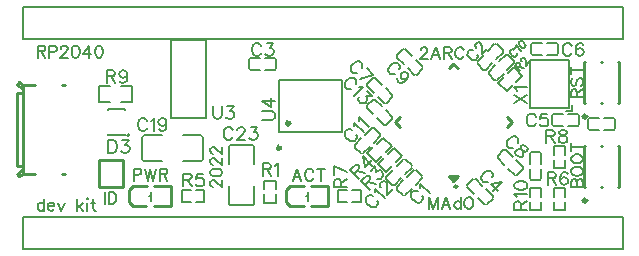
<source format=gto>
G04 Layer: TopSilkscreenLayer*
G04 EasyEDA v6.5.14, 2022-08-20 14:37:37*
G04 4645136cb0f74b4096413293ac8c450d,6126cb6f80e34288b1b51c63ee1abbf7,10*
G04 Gerber Generator version 0.2*
G04 Scale: 100 percent, Rotated: No, Reflected: No *
G04 Dimensions in millimeters *
G04 leading zeros omitted , absolute positions ,4 integer and 5 decimal *
%FSLAX45Y45*%
%MOMM*%

%ADD10C,0.2030*%
%ADD11C,0.1524*%
%ADD12C,0.1520*%
%ADD13C,0.2540*%
%ADD14C,0.2032*%
%ADD15C,0.2030*%
%ADD16C,0.1270*%
%ADD17C,0.1520*%
%ADD18C,0.3000*%
%ADD19C,0.2000*%
%ADD20C,0.0106*%

%LPD*%
D10*
X4546605Y8232145D02*
G01*
X4546605Y8133593D01*
X4546605Y8232145D02*
G01*
X4588769Y8232145D01*
X4602993Y8227319D01*
X4607565Y8222747D01*
X4612391Y8213349D01*
X4612391Y8199379D01*
X4607565Y8189981D01*
X4602993Y8185155D01*
X4588769Y8180583D01*
X4546605Y8180583D01*
X4643125Y8232145D02*
G01*
X4666747Y8133593D01*
X4690115Y8232145D02*
G01*
X4666747Y8133593D01*
X4690115Y8232145D02*
G01*
X4713483Y8133593D01*
X4737105Y8232145D02*
G01*
X4713483Y8133593D01*
X4768093Y8232145D02*
G01*
X4768093Y8133593D01*
X4768093Y8232145D02*
G01*
X4810257Y8232145D01*
X4824227Y8227319D01*
X4829053Y8222747D01*
X4833625Y8213349D01*
X4833625Y8203951D01*
X4829053Y8194553D01*
X4824227Y8189981D01*
X4810257Y8185155D01*
X4768093Y8185155D01*
X4800859Y8185155D02*
G01*
X4833625Y8133593D01*
X5930389Y8232139D02*
G01*
X5892797Y8133587D01*
X5930389Y8232139D02*
G01*
X5967727Y8133587D01*
X5906767Y8166354D02*
G01*
X5953757Y8166354D01*
X6069073Y8208771D02*
G01*
X6064501Y8218170D01*
X6055103Y8227313D01*
X6045705Y8232139D01*
X6026909Y8232139D01*
X6017511Y8227313D01*
X6008113Y8218170D01*
X6003541Y8208771D01*
X5998715Y8194547D01*
X5998715Y8171179D01*
X6003541Y8156955D01*
X6008113Y8147812D01*
X6017511Y8138413D01*
X6026909Y8133587D01*
X6045705Y8133587D01*
X6055103Y8138413D01*
X6064501Y8147812D01*
X6069073Y8156955D01*
X6133081Y8232139D02*
G01*
X6133081Y8133587D01*
X6100061Y8232139D02*
G01*
X6165847Y8232139D01*
X4305289Y7934947D02*
G01*
X4305289Y8033456D01*
X4336249Y7934947D02*
G01*
X4336249Y8033456D01*
X4336249Y7934947D02*
G01*
X4369087Y7934947D01*
X4383158Y7939638D01*
X4392541Y7949018D01*
X4397230Y7958401D01*
X4401921Y7972473D01*
X4401921Y7995927D01*
X4397230Y8010001D01*
X4392541Y8019381D01*
X4383158Y8028764D01*
X4369087Y8033456D01*
X4336249Y8033456D01*
X8252429Y8839083D02*
G01*
X8350981Y8839083D01*
X8252429Y8839083D02*
G01*
X8252429Y8881501D01*
X8257255Y8895471D01*
X8261827Y8900043D01*
X8271225Y8904869D01*
X8280623Y8904869D01*
X8290021Y8900043D01*
X8294593Y8895471D01*
X8299419Y8881501D01*
X8299419Y8839083D01*
X8299419Y8872103D02*
G01*
X8350981Y8904869D01*
X8266399Y9001389D02*
G01*
X8257255Y8991991D01*
X8252429Y8978021D01*
X8252429Y8959225D01*
X8257255Y8945255D01*
X8266399Y8935857D01*
X8275797Y8935857D01*
X8285195Y8940429D01*
X8290021Y8945255D01*
X8294593Y8954653D01*
X8303991Y8982847D01*
X8308817Y8991991D01*
X8313389Y8996817D01*
X8322787Y9001389D01*
X8336757Y9001389D01*
X8346155Y8991991D01*
X8350981Y8978021D01*
X8350981Y8959225D01*
X8346155Y8945255D01*
X8336757Y8935857D01*
X8252429Y9065397D02*
G01*
X8350981Y9065397D01*
X8252429Y9032377D02*
G01*
X8252429Y9098163D01*
X7048469Y7990862D02*
G01*
X7048469Y7892310D01*
X7048469Y7990862D02*
G01*
X7086061Y7892310D01*
X7123399Y7990862D02*
G01*
X7086061Y7892310D01*
X7123399Y7990862D02*
G01*
X7123399Y7892310D01*
X7191979Y7990862D02*
G01*
X7154387Y7892310D01*
X7191979Y7990862D02*
G01*
X7229571Y7892310D01*
X7168611Y7925076D02*
G01*
X7215347Y7925076D01*
X7316693Y7990862D02*
G01*
X7316693Y7892310D01*
X7316693Y7943872D02*
G01*
X7307295Y7953270D01*
X7297897Y7958096D01*
X7283927Y7958096D01*
X7274529Y7953270D01*
X7265131Y7943872D01*
X7260559Y7929902D01*
X7260559Y7920504D01*
X7265131Y7906280D01*
X7274529Y7897136D01*
X7283927Y7892310D01*
X7297897Y7892310D01*
X7307295Y7897136D01*
X7316693Y7906280D01*
X7375875Y7990862D02*
G01*
X7366477Y7986036D01*
X7357079Y7976892D01*
X7352507Y7967494D01*
X7347681Y7953270D01*
X7347681Y7929902D01*
X7352507Y7915678D01*
X7357079Y7906280D01*
X7366477Y7897136D01*
X7375875Y7892310D01*
X7394671Y7892310D01*
X7404069Y7897136D01*
X7413467Y7906280D01*
X7418039Y7915678D01*
X7422865Y7929902D01*
X7422865Y7953270D01*
X7418039Y7967494D01*
X7413467Y7976892D01*
X7404069Y7986036D01*
X7394671Y7990862D01*
X7375875Y7990862D01*
X6976866Y9237471D02*
G01*
X6976866Y9242044D01*
X6981692Y9251442D01*
X6986264Y9256013D01*
X6995662Y9260839D01*
X7014458Y9260839D01*
X7023856Y9256013D01*
X7028682Y9251442D01*
X7033254Y9242044D01*
X7033254Y9232645D01*
X7028682Y9223247D01*
X7019284Y9209278D01*
X6972294Y9162287D01*
X7038080Y9162287D01*
X7106406Y9260839D02*
G01*
X7068814Y9162287D01*
X7106406Y9260839D02*
G01*
X7143998Y9162287D01*
X7083038Y9195054D02*
G01*
X7130028Y9195054D01*
X7174986Y9260839D02*
G01*
X7174986Y9162287D01*
X7174986Y9260839D02*
G01*
X7217150Y9260839D01*
X7231120Y9256013D01*
X7235946Y9251442D01*
X7240518Y9242044D01*
X7240518Y9232645D01*
X7235946Y9223247D01*
X7231120Y9218676D01*
X7217150Y9213850D01*
X7174986Y9213850D01*
X7207752Y9213850D02*
G01*
X7240518Y9162287D01*
X7341864Y9237471D02*
G01*
X7337292Y9246870D01*
X7327894Y9256013D01*
X7318496Y9260839D01*
X7299700Y9260839D01*
X7290302Y9256013D01*
X7280904Y9246870D01*
X7276332Y9237471D01*
X7271506Y9223247D01*
X7271506Y9199879D01*
X7276332Y9185655D01*
X7280904Y9176258D01*
X7290302Y9167113D01*
X7299700Y9162287D01*
X7318496Y9162287D01*
X7327894Y9167113D01*
X7337292Y9176258D01*
X7341864Y9185655D01*
X3790193Y7978150D02*
G01*
X3790193Y7879598D01*
X3790193Y7931160D02*
G01*
X3780795Y7940558D01*
X3771397Y7945384D01*
X3757173Y7945384D01*
X3747775Y7940558D01*
X3738377Y7931160D01*
X3733805Y7917190D01*
X3733805Y7907792D01*
X3738377Y7893822D01*
X3747775Y7884424D01*
X3757173Y7879598D01*
X3771397Y7879598D01*
X3780795Y7884424D01*
X3790193Y7893822D01*
X3820927Y7917190D02*
G01*
X3877315Y7917190D01*
X3877315Y7926588D01*
X3872743Y7935986D01*
X3867917Y7940558D01*
X3858519Y7945384D01*
X3844549Y7945384D01*
X3835151Y7940558D01*
X3825753Y7931160D01*
X3820927Y7917190D01*
X3820927Y7907792D01*
X3825753Y7893822D01*
X3835151Y7884424D01*
X3844549Y7879598D01*
X3858519Y7879598D01*
X3867917Y7884424D01*
X3877315Y7893822D01*
X3908303Y7945384D02*
G01*
X3936497Y7879598D01*
X3964691Y7945384D02*
G01*
X3936497Y7879598D01*
X4067815Y7978150D02*
G01*
X4067815Y7879598D01*
X4114805Y7945384D02*
G01*
X4067815Y7898394D01*
X4086611Y7917190D02*
G01*
X4119377Y7879598D01*
X4150365Y7978150D02*
G01*
X4154937Y7973324D01*
X4159763Y7978150D01*
X4154937Y7982722D01*
X4150365Y7978150D01*
X4154937Y7945384D02*
G01*
X4154937Y7879598D01*
X4204721Y7978150D02*
G01*
X4204721Y7898394D01*
X4209547Y7884424D01*
X4218945Y7879598D01*
X4228343Y7879598D01*
X4190751Y7945384D02*
G01*
X4223517Y7945384D01*
X8252426Y8077202D02*
G01*
X8350978Y8077202D01*
X8252426Y8077202D02*
G01*
X8252426Y8119366D01*
X8257252Y8133590D01*
X8261824Y8138162D01*
X8271222Y8142734D01*
X8280620Y8142734D01*
X8290018Y8138162D01*
X8294590Y8133590D01*
X8299416Y8119366D01*
X8299416Y8077202D02*
G01*
X8299416Y8119366D01*
X8303988Y8133590D01*
X8308814Y8138162D01*
X8318212Y8142734D01*
X8332182Y8142734D01*
X8341580Y8138162D01*
X8346152Y8133590D01*
X8350978Y8119366D01*
X8350978Y8077202D01*
X8252426Y8201916D02*
G01*
X8257252Y8192518D01*
X8266396Y8183120D01*
X8275794Y8178548D01*
X8290018Y8173722D01*
X8313386Y8173722D01*
X8327610Y8178548D01*
X8336754Y8183120D01*
X8346152Y8192518D01*
X8350978Y8201916D01*
X8350978Y8220712D01*
X8346152Y8230110D01*
X8336754Y8239508D01*
X8327610Y8244080D01*
X8313386Y8248906D01*
X8290018Y8248906D01*
X8275794Y8244080D01*
X8266396Y8239508D01*
X8257252Y8230110D01*
X8252426Y8220712D01*
X8252426Y8201916D01*
X8252426Y8308088D02*
G01*
X8257252Y8298690D01*
X8266396Y8289292D01*
X8275794Y8284466D01*
X8290018Y8279894D01*
X8313386Y8279894D01*
X8327610Y8284466D01*
X8336754Y8289292D01*
X8346152Y8298690D01*
X8350978Y8308088D01*
X8350978Y8326630D01*
X8346152Y8336028D01*
X8336754Y8345426D01*
X8327610Y8350252D01*
X8313386Y8354824D01*
X8290018Y8354824D01*
X8275794Y8350252D01*
X8266396Y8345426D01*
X8257252Y8336028D01*
X8252426Y8326630D01*
X8252426Y8308088D01*
X8252426Y8418578D02*
G01*
X8350978Y8418578D01*
X8252426Y8385812D02*
G01*
X8252426Y8451598D01*
X3733827Y9273527D02*
G01*
X3733827Y9174975D01*
X3733827Y9273527D02*
G01*
X3775991Y9273527D01*
X3789961Y9268955D01*
X3794787Y9264129D01*
X3799359Y9254731D01*
X3799359Y9245333D01*
X3794787Y9235935D01*
X3789961Y9231363D01*
X3775991Y9226537D01*
X3733827Y9226537D01*
X3766593Y9226537D02*
G01*
X3799359Y9174975D01*
X3830347Y9273527D02*
G01*
X3830347Y9174975D01*
X3830347Y9273527D02*
G01*
X3872765Y9273527D01*
X3886735Y9268955D01*
X3891307Y9264129D01*
X3896133Y9254731D01*
X3896133Y9240761D01*
X3891307Y9231363D01*
X3886735Y9226537D01*
X3872765Y9221965D01*
X3830347Y9221965D01*
X3931693Y9250159D02*
G01*
X3931693Y9254731D01*
X3936519Y9264129D01*
X3941091Y9268955D01*
X3950489Y9273527D01*
X3969285Y9273527D01*
X3978683Y9268955D01*
X3983255Y9264129D01*
X3988081Y9254731D01*
X3988081Y9245333D01*
X3983255Y9235935D01*
X3973857Y9221965D01*
X3927121Y9174975D01*
X3992653Y9174975D01*
X4051835Y9273527D02*
G01*
X4037865Y9268955D01*
X4028467Y9254731D01*
X4023641Y9231363D01*
X4023641Y9217139D01*
X4028467Y9193771D01*
X4037865Y9179801D01*
X4051835Y9174975D01*
X4061233Y9174975D01*
X4075203Y9179801D01*
X4084601Y9193771D01*
X4089427Y9217139D01*
X4089427Y9231363D01*
X4084601Y9254731D01*
X4075203Y9268955D01*
X4061233Y9273527D01*
X4051835Y9273527D01*
X4167151Y9273527D02*
G01*
X4120415Y9207741D01*
X4190773Y9207741D01*
X4167151Y9273527D02*
G01*
X4167151Y9174975D01*
X4249701Y9273527D02*
G01*
X4235731Y9268955D01*
X4226333Y9254731D01*
X4221761Y9231363D01*
X4221761Y9217139D01*
X4226333Y9193771D01*
X4235731Y9179801D01*
X4249701Y9174975D01*
X4259099Y9174975D01*
X4273323Y9179801D01*
X4282721Y9193771D01*
X4287293Y9217139D01*
X4287293Y9231363D01*
X4282721Y9254731D01*
X4273323Y9268955D01*
X4259099Y9273527D01*
X4249701Y9273527D01*
X5220042Y8081164D02*
G01*
X5215470Y8081164D01*
X5206580Y8085736D01*
X5202008Y8090308D01*
X5197436Y8099198D01*
X5197436Y8117486D01*
X5202008Y8126630D01*
X5206580Y8131202D01*
X5215470Y8135774D01*
X5224614Y8135774D01*
X5233758Y8131202D01*
X5247474Y8122058D01*
X5292940Y8076592D01*
X5292940Y8140092D01*
X5197436Y8197496D02*
G01*
X5202008Y8183780D01*
X5215470Y8174890D01*
X5238330Y8170318D01*
X5252046Y8170318D01*
X5274652Y8174890D01*
X5288368Y8183780D01*
X5292940Y8197496D01*
X5292940Y8206640D01*
X5288368Y8220102D01*
X5274652Y8229246D01*
X5252046Y8233818D01*
X5238330Y8233818D01*
X5215470Y8229246D01*
X5202008Y8220102D01*
X5197436Y8206640D01*
X5197436Y8197496D01*
X5220042Y8268362D02*
G01*
X5215470Y8268362D01*
X5206580Y8272934D01*
X5202008Y8277506D01*
X5197436Y8286650D01*
X5197436Y8304684D01*
X5202008Y8313828D01*
X5206580Y8318400D01*
X5215470Y8322972D01*
X5224614Y8322972D01*
X5233758Y8318400D01*
X5247474Y8309256D01*
X5292940Y8263790D01*
X5292940Y8327544D01*
X5220042Y8362088D02*
G01*
X5215470Y8362088D01*
X5206580Y8366660D01*
X5202008Y8371232D01*
X5197436Y8380122D01*
X5197436Y8398410D01*
X5202008Y8407554D01*
X5206580Y8412126D01*
X5215470Y8416698D01*
X5224614Y8416698D01*
X5233758Y8412126D01*
X5247474Y8402982D01*
X5292940Y8357516D01*
X5292940Y8421016D01*
D11*
X4317992Y9068798D02*
G01*
X4317992Y8959832D01*
X4317992Y9068798D02*
G01*
X4364728Y9068798D01*
X4380222Y9063718D01*
X4385556Y9058384D01*
X4390636Y9047970D01*
X4390636Y9037556D01*
X4385556Y9027142D01*
X4380222Y9022062D01*
X4364728Y9016982D01*
X4317992Y9016982D01*
X4354314Y9016982D02*
G01*
X4390636Y8959832D01*
X4492490Y9032476D02*
G01*
X4487410Y9016982D01*
X4476996Y9006568D01*
X4461502Y9001234D01*
X4456168Y9001234D01*
X4440674Y9006568D01*
X4430260Y9016982D01*
X4424926Y9032476D01*
X4424926Y9037556D01*
X4430260Y9053304D01*
X4440674Y9063718D01*
X4456168Y9068798D01*
X4461502Y9068798D01*
X4476996Y9063718D01*
X4487410Y9053304D01*
X4492490Y9032476D01*
X4492490Y9006568D01*
X4487410Y8980406D01*
X4476996Y8964912D01*
X4461502Y8959832D01*
X4451088Y8959832D01*
X4435340Y8964912D01*
X4430260Y8975326D01*
X8039077Y8560808D02*
G01*
X8039077Y8451842D01*
X8039077Y8560808D02*
G01*
X8085813Y8560808D01*
X8101307Y8555728D01*
X8106641Y8550394D01*
X8111721Y8539980D01*
X8111721Y8529566D01*
X8106641Y8519152D01*
X8101307Y8514072D01*
X8085813Y8508992D01*
X8039077Y8508992D01*
X8075399Y8508992D02*
G01*
X8111721Y8451842D01*
X8172173Y8560808D02*
G01*
X8156425Y8555728D01*
X8151345Y8545314D01*
X8151345Y8534900D01*
X8156425Y8524486D01*
X8166839Y8519152D01*
X8187667Y8514072D01*
X8203161Y8508992D01*
X8213575Y8498578D01*
X8218909Y8488164D01*
X8218909Y8472416D01*
X8213575Y8462002D01*
X8208495Y8456922D01*
X8192747Y8451842D01*
X8172173Y8451842D01*
X8156425Y8456922D01*
X8151345Y8462002D01*
X8146011Y8472416D01*
X8146011Y8488164D01*
X8151345Y8498578D01*
X8161759Y8508992D01*
X8177253Y8514072D01*
X8198081Y8519152D01*
X8208495Y8524486D01*
X8213575Y8534900D01*
X8213575Y8545314D01*
X8208495Y8555728D01*
X8192747Y8560808D01*
X8172173Y8560808D01*
X8051789Y8205210D02*
G01*
X8051789Y8096244D01*
X8051789Y8205210D02*
G01*
X8098525Y8205210D01*
X8114019Y8200130D01*
X8119353Y8194796D01*
X8124433Y8184382D01*
X8124433Y8173968D01*
X8119353Y8163554D01*
X8114019Y8158474D01*
X8098525Y8153394D01*
X8051789Y8153394D01*
X8088111Y8153394D02*
G01*
X8124433Y8096244D01*
X8221207Y8189716D02*
G01*
X8215873Y8200130D01*
X8200379Y8205210D01*
X8189965Y8205210D01*
X8174471Y8200130D01*
X8164057Y8184382D01*
X8158723Y8158474D01*
X8158723Y8132566D01*
X8164057Y8111738D01*
X8174471Y8101324D01*
X8189965Y8096244D01*
X8195299Y8096244D01*
X8210793Y8101324D01*
X8221207Y8111738D01*
X8226287Y8127232D01*
X8226287Y8132566D01*
X8221207Y8148060D01*
X8210793Y8158474D01*
X8195299Y8163554D01*
X8189965Y8163554D01*
X8174471Y8158474D01*
X8164057Y8148060D01*
X8158723Y8132566D01*
X7771378Y7886679D02*
G01*
X7880344Y7886679D01*
X7771378Y7886679D02*
G01*
X7771378Y7933415D01*
X7776458Y7948909D01*
X7781792Y7954243D01*
X7792206Y7959323D01*
X7802620Y7959323D01*
X7813034Y7954243D01*
X7818114Y7948909D01*
X7823194Y7933415D01*
X7823194Y7886679D01*
X7823194Y7923001D02*
G01*
X7880344Y7959323D01*
X7792206Y7993613D02*
G01*
X7786872Y8004027D01*
X7771378Y8019775D01*
X7880344Y8019775D01*
X7771378Y8085053D02*
G01*
X7776458Y8069559D01*
X7792206Y8059145D01*
X7818114Y8054065D01*
X7833608Y8054065D01*
X7859770Y8059145D01*
X7875264Y8069559D01*
X7880344Y8085053D01*
X7880344Y8095467D01*
X7875264Y8111215D01*
X7859770Y8121629D01*
X7833608Y8126709D01*
X7818114Y8126709D01*
X7792206Y8121629D01*
X7776458Y8111215D01*
X7771378Y8095467D01*
X7771378Y8085053D01*
X5219682Y8764003D02*
G01*
X5219682Y8686025D01*
X5224762Y8670531D01*
X5235176Y8660117D01*
X5250924Y8655037D01*
X5261338Y8655037D01*
X5276832Y8660117D01*
X5287246Y8670531D01*
X5292326Y8686025D01*
X5292326Y8764003D01*
X5337030Y8764003D02*
G01*
X5394180Y8764003D01*
X5363192Y8722347D01*
X5378686Y8722347D01*
X5389100Y8717267D01*
X5394180Y8712187D01*
X5399514Y8696439D01*
X5399514Y8686025D01*
X5394180Y8670531D01*
X5383766Y8660117D01*
X5368272Y8655037D01*
X5352778Y8655037D01*
X5337030Y8660117D01*
X5331950Y8665197D01*
X5326616Y8675611D01*
X4662660Y8636500D02*
G01*
X4657326Y8646914D01*
X4646912Y8657328D01*
X4636752Y8662408D01*
X4615924Y8662408D01*
X4605510Y8657328D01*
X4595096Y8646914D01*
X4589762Y8636500D01*
X4584682Y8620752D01*
X4584682Y8594844D01*
X4589762Y8579350D01*
X4595096Y8568936D01*
X4605510Y8558522D01*
X4615924Y8553442D01*
X4636752Y8553442D01*
X4646912Y8558522D01*
X4657326Y8568936D01*
X4662660Y8579350D01*
X4696950Y8641580D02*
G01*
X4707364Y8646914D01*
X4722858Y8662408D01*
X4722858Y8553442D01*
X4824712Y8626086D02*
G01*
X4819632Y8610592D01*
X4809218Y8600178D01*
X4793470Y8594844D01*
X4788390Y8594844D01*
X4772642Y8600178D01*
X4762482Y8610592D01*
X4757148Y8626086D01*
X4757148Y8631166D01*
X4762482Y8646914D01*
X4772642Y8657328D01*
X4788390Y8662408D01*
X4793470Y8662408D01*
X4809218Y8657328D01*
X4819632Y8646914D01*
X4824712Y8626086D01*
X4824712Y8600178D01*
X4819632Y8574016D01*
X4809218Y8558522D01*
X4793470Y8553442D01*
X4783056Y8553442D01*
X4767562Y8558522D01*
X4762482Y8568936D01*
X5386565Y8560302D02*
G01*
X5381231Y8570716D01*
X5370817Y8581130D01*
X5360657Y8586210D01*
X5339829Y8586210D01*
X5329415Y8581130D01*
X5319001Y8570716D01*
X5313667Y8560302D01*
X5308587Y8544554D01*
X5308587Y8518646D01*
X5313667Y8503152D01*
X5319001Y8492738D01*
X5329415Y8482324D01*
X5339829Y8477244D01*
X5360657Y8477244D01*
X5370817Y8482324D01*
X5381231Y8492738D01*
X5386565Y8503152D01*
X5425935Y8560302D02*
G01*
X5425935Y8565382D01*
X5431269Y8575796D01*
X5436349Y8581130D01*
X5446763Y8586210D01*
X5467591Y8586210D01*
X5478005Y8581130D01*
X5483085Y8575796D01*
X5488419Y8565382D01*
X5488419Y8554968D01*
X5483085Y8544554D01*
X5472671Y8529060D01*
X5420855Y8477244D01*
X5493499Y8477244D01*
X5538203Y8586210D02*
G01*
X5595353Y8586210D01*
X5564111Y8544554D01*
X5579859Y8544554D01*
X5590273Y8539474D01*
X5595353Y8534394D01*
X5600687Y8518646D01*
X5600687Y8508232D01*
X5595353Y8492738D01*
X5584939Y8482324D01*
X5569445Y8477244D01*
X5553697Y8477244D01*
X5538203Y8482324D01*
X5533123Y8487404D01*
X5527789Y8497818D01*
X5637758Y8648692D02*
G01*
X5715736Y8648692D01*
X5731230Y8653772D01*
X5741644Y8664186D01*
X5746724Y8679934D01*
X5746724Y8690348D01*
X5741644Y8705842D01*
X5731230Y8716256D01*
X5715736Y8721336D01*
X5637758Y8721336D01*
X5637758Y8807696D02*
G01*
X5710402Y8755626D01*
X5710402Y8833604D01*
X5637758Y8807696D02*
G01*
X5746724Y8807696D01*
X4334383Y8475413D02*
G01*
X4334383Y8366447D01*
X4334383Y8475413D02*
G01*
X4370704Y8475413D01*
X4386452Y8470333D01*
X4396613Y8459919D01*
X4401947Y8449505D01*
X4407027Y8433757D01*
X4407027Y8407849D01*
X4401947Y8392355D01*
X4396613Y8381941D01*
X4386452Y8371527D01*
X4370704Y8366447D01*
X4334383Y8366447D01*
X4451731Y8475413D02*
G01*
X4508881Y8475413D01*
X4477893Y8433757D01*
X4493386Y8433757D01*
X4503800Y8428677D01*
X4508881Y8423597D01*
X4514215Y8407849D01*
X4514215Y8397435D01*
X4508881Y8381941D01*
X4498466Y8371527D01*
X4482972Y8366447D01*
X4467479Y8366447D01*
X4451731Y8371527D01*
X4446650Y8376607D01*
X4441316Y8387021D01*
X7771376Y8788389D02*
G01*
X7880342Y8861033D01*
X7771376Y8861033D02*
G01*
X7880342Y8788389D01*
X7792204Y8895323D02*
G01*
X7786870Y8905737D01*
X7771376Y8921485D01*
X7880342Y8921485D01*
X6951479Y8043130D02*
G01*
X6940344Y8046722D01*
X6925617Y8046722D01*
X6914840Y8043130D01*
X6900113Y8028404D01*
X6896341Y8017449D01*
X6896341Y8002719D01*
X6899932Y7991584D01*
X6907476Y7976857D01*
X6925797Y7958538D01*
X6940344Y7951172D01*
X6951479Y7947581D01*
X6966206Y7947581D01*
X6977164Y7951353D01*
X6991891Y7966080D01*
X6995482Y7976857D01*
X6995482Y7991584D01*
X6991891Y8002719D01*
X6972134Y8070969D02*
G01*
X6975726Y8082104D01*
X6975726Y8104017D01*
X7052777Y8026966D01*
D12*
X7422299Y9234759D02*
G01*
X7412598Y9237990D01*
X7400028Y9237990D01*
X7390328Y9234759D01*
X7377396Y9221825D01*
X7374343Y9212308D01*
X7374163Y9199554D01*
X7377396Y9189857D01*
X7383863Y9176926D01*
X7399848Y9160939D01*
X7412779Y9154474D01*
X7422479Y9151241D01*
X7435410Y9151241D01*
X7444927Y9154294D01*
X7457861Y9167225D01*
X7461092Y9176926D01*
X7460914Y9189676D01*
X7457681Y9199377D01*
X7446726Y9259183D02*
G01*
X7443492Y9262417D01*
X7440439Y9271937D01*
X7440439Y9278401D01*
X7443670Y9288101D01*
X7456604Y9301032D01*
X7466121Y9304086D01*
X7472588Y9304086D01*
X7482108Y9301032D01*
X7488572Y9294566D01*
X7491806Y9284868D01*
X7495039Y9268703D01*
X7495039Y9204403D01*
X7540119Y9249486D01*
D11*
X7951962Y8674574D02*
G01*
X7946628Y8684986D01*
X7936214Y8695400D01*
X7926054Y8700482D01*
X7905226Y8700482D01*
X7894812Y8695400D01*
X7884398Y8684986D01*
X7879064Y8674574D01*
X7873984Y8658826D01*
X7873984Y8632916D01*
X7879064Y8617424D01*
X7884398Y8607008D01*
X7894812Y8596594D01*
X7905226Y8591516D01*
X7926054Y8591516D01*
X7936214Y8596594D01*
X7946628Y8607008D01*
X7951962Y8617424D01*
X8048482Y8700482D02*
G01*
X7996666Y8700482D01*
X7991332Y8653744D01*
X7996666Y8658826D01*
X8012160Y8664158D01*
X8027654Y8664158D01*
X8043402Y8658826D01*
X8053816Y8648666D01*
X8058896Y8632916D01*
X8058896Y8622502D01*
X8053816Y8607008D01*
X8043402Y8596594D01*
X8027654Y8591516D01*
X8012160Y8591516D01*
X7996666Y8596594D01*
X7991332Y8601676D01*
X7986252Y8612088D01*
X8256765Y9271490D02*
G01*
X8251431Y9281904D01*
X8241017Y9292318D01*
X8230857Y9297398D01*
X8210029Y9297398D01*
X8199615Y9292318D01*
X8189201Y9281904D01*
X8183867Y9271490D01*
X8178787Y9255742D01*
X8178787Y9229834D01*
X8183867Y9214340D01*
X8189201Y9203926D01*
X8199615Y9193512D01*
X8210029Y9188432D01*
X8230857Y9188432D01*
X8241017Y9193512D01*
X8251431Y9203926D01*
X8256765Y9214340D01*
X8353285Y9281904D02*
G01*
X8348205Y9292318D01*
X8332457Y9297398D01*
X8322297Y9297398D01*
X8306549Y9292318D01*
X8296135Y9276570D01*
X8291055Y9250662D01*
X8291055Y9224754D01*
X8296135Y9203926D01*
X8306549Y9193512D01*
X8322297Y9188432D01*
X8327377Y9188432D01*
X8342871Y9193512D01*
X8353285Y9203926D01*
X8358619Y9219420D01*
X8358619Y9224754D01*
X8353285Y9240248D01*
X8342871Y9250662D01*
X8327377Y9255742D01*
X8322297Y9255742D01*
X8306549Y9250662D01*
X8296135Y9240248D01*
X8291055Y9224754D01*
D12*
X6392819Y8563744D02*
G01*
X6381683Y8567338D01*
X6366957Y8567338D01*
X6355821Y8563744D01*
X6341272Y8549198D01*
X6337681Y8538062D01*
X6337681Y8523335D01*
X6341272Y8512197D01*
X6348636Y8497651D01*
X6366957Y8479330D01*
X6381683Y8471788D01*
X6392638Y8468375D01*
X6407368Y8468375D01*
X6418503Y8471966D01*
X6433050Y8486515D01*
X6436644Y8497651D01*
X6436644Y8512378D01*
X6433230Y8523335D01*
X6413294Y8591763D02*
G01*
X6417066Y8602720D01*
X6416885Y8624811D01*
X6494117Y8547580D01*
X6455862Y8634331D02*
G01*
X6459634Y8645286D01*
X6459453Y8667379D01*
X6536682Y8590147D01*
D11*
X6430243Y8948887D02*
G01*
X6433835Y8960022D01*
X6433835Y8974752D01*
X6430243Y8985526D01*
X6415516Y9000253D01*
X6404559Y9004025D01*
X6389832Y9004025D01*
X6378696Y9000434D01*
X6363970Y8992890D01*
X6345648Y8974571D01*
X6338285Y8960022D01*
X6334693Y8948887D01*
X6334693Y8934160D01*
X6338465Y8923205D01*
X6353192Y8908475D01*
X6363970Y8904884D01*
X6378696Y8904884D01*
X6389832Y8908475D01*
X6458082Y8928232D02*
G01*
X6469217Y8924640D01*
X6491130Y8924640D01*
X6414079Y8847589D01*
X6522740Y8893030D02*
G01*
X6563151Y8852618D01*
X6511604Y8845255D01*
X6522740Y8834120D01*
X6526512Y8823164D01*
X6526512Y8815979D01*
X6518968Y8801252D01*
X6511604Y8793888D01*
X6497055Y8786525D01*
X6482328Y8786525D01*
X6467779Y8793888D01*
X6456644Y8805024D01*
X6449280Y8819573D01*
X6449280Y8826756D01*
X6452872Y8837891D01*
D12*
X7773253Y9105036D02*
G01*
X7820489Y9057800D01*
X7773253Y9105036D02*
G01*
X7793548Y9125330D01*
X7802529Y9129641D01*
X7807017Y9129821D01*
X7813664Y9127487D01*
X7818153Y9122996D01*
X7820489Y9116352D01*
X7820489Y9111681D01*
X7815999Y9102879D01*
X7795704Y9082585D01*
X7811508Y9098389D02*
G01*
X7851919Y9089229D01*
X7833240Y9142394D02*
G01*
X7830906Y9144728D01*
X7828572Y9151373D01*
X7828749Y9155864D01*
X7830906Y9162689D01*
X7839885Y9171668D01*
X7846710Y9173824D01*
X7851020Y9173824D01*
X7857845Y9171668D01*
X7862336Y9167180D01*
X7864492Y9160355D01*
X7866827Y9149039D01*
X7866827Y9104137D01*
X7898256Y9135569D01*
D11*
X5638805Y8281390D02*
G01*
X5638805Y8172424D01*
X5638805Y8281390D02*
G01*
X5685541Y8281390D01*
X5701035Y8276310D01*
X5706369Y8270976D01*
X5711449Y8260562D01*
X5711449Y8250148D01*
X5706369Y8239734D01*
X5701035Y8234654D01*
X5685541Y8229574D01*
X5638805Y8229574D01*
X5675127Y8229574D02*
G01*
X5711449Y8172424D01*
X5745739Y8260562D02*
G01*
X5756153Y8265896D01*
X5771901Y8281390D01*
X5771901Y8172424D01*
X6471617Y8133339D02*
G01*
X6548668Y8056288D01*
X6471617Y8133339D02*
G01*
X6504665Y8166387D01*
X6519212Y8173750D01*
X6526756Y8173750D01*
X6537711Y8169978D01*
X6545074Y8162615D01*
X6548846Y8151660D01*
X6548668Y8144296D01*
X6541302Y8129747D01*
X6508257Y8096699D01*
X6533939Y8122384D02*
G01*
X6600035Y8107657D01*
X6554594Y8216318D02*
G01*
X6595005Y8256729D01*
X6602549Y8205360D01*
X6613504Y8216318D01*
X6624462Y8220090D01*
X6631645Y8220090D01*
X6646552Y8212724D01*
X6653916Y8205360D01*
X6661101Y8190633D01*
X6661101Y8175906D01*
X6653735Y8161357D01*
X6642780Y8150402D01*
X6628053Y8142859D01*
X6620868Y8142859D01*
X6609732Y8146450D01*
X6380358Y8225017D02*
G01*
X6457408Y8147966D01*
X6380358Y8225017D02*
G01*
X6413406Y8258065D01*
X6427955Y8265429D01*
X6435496Y8265429D01*
X6446453Y8261657D01*
X6453817Y8254293D01*
X6457589Y8243336D01*
X6457408Y8235972D01*
X6450045Y8221426D01*
X6416997Y8188378D01*
X6442682Y8214062D02*
G01*
X6508775Y8199333D01*
X6492791Y8337450D02*
G01*
X6507340Y8249264D01*
X6562478Y8304403D01*
X6492791Y8337450D02*
G01*
X6569842Y8260400D01*
X4965687Y8192500D02*
G01*
X4965687Y8083534D01*
X4965687Y8192500D02*
G01*
X5012423Y8192500D01*
X5027917Y8187420D01*
X5033251Y8182086D01*
X5038331Y8171672D01*
X5038331Y8161258D01*
X5033251Y8150844D01*
X5027917Y8145764D01*
X5012423Y8140684D01*
X4965687Y8140684D01*
X5002009Y8140684D02*
G01*
X5038331Y8083534D01*
X5135105Y8192500D02*
G01*
X5083035Y8192500D01*
X5077955Y8145764D01*
X5083035Y8150844D01*
X5098783Y8156178D01*
X5114277Y8156178D01*
X5129771Y8150844D01*
X5140185Y8140684D01*
X5145519Y8124936D01*
X5145519Y8114522D01*
X5140185Y8099028D01*
X5129771Y8088614D01*
X5114277Y8083534D01*
X5098783Y8083534D01*
X5083035Y8088614D01*
X5077955Y8093694D01*
X5072621Y8104108D01*
X6247361Y8077194D02*
G01*
X6356327Y8077194D01*
X6247361Y8077194D02*
G01*
X6247361Y8123930D01*
X6252441Y8139424D01*
X6257775Y8144758D01*
X6268189Y8149838D01*
X6278603Y8149838D01*
X6289017Y8144758D01*
X6294097Y8139424D01*
X6299177Y8123930D01*
X6299177Y8077194D01*
X6299177Y8113516D02*
G01*
X6356327Y8149838D01*
X6247361Y8257026D02*
G01*
X6356327Y8204956D01*
X6247361Y8184128D02*
G01*
X6247361Y8257026D01*
X5627847Y9271505D02*
G01*
X5622513Y9281919D01*
X5612099Y9292333D01*
X5601939Y9297413D01*
X5581111Y9297413D01*
X5570697Y9292333D01*
X5560283Y9281919D01*
X5554949Y9271505D01*
X5549869Y9255757D01*
X5549869Y9229849D01*
X5554949Y9214355D01*
X5560283Y9203941D01*
X5570697Y9193527D01*
X5581111Y9188447D01*
X5601939Y9188447D01*
X5612099Y9193527D01*
X5622513Y9203941D01*
X5627847Y9214355D01*
X5672551Y9297413D02*
G01*
X5729701Y9297413D01*
X5698459Y9255757D01*
X5713953Y9255757D01*
X5724367Y9250677D01*
X5729701Y9245597D01*
X5734781Y9229849D01*
X5734781Y9219435D01*
X5729701Y9203941D01*
X5719287Y9193527D01*
X5703539Y9188447D01*
X5688045Y9188447D01*
X5672551Y9193527D01*
X5667217Y9198607D01*
X5662137Y9209021D01*
X7585946Y8161467D02*
G01*
X7589535Y8172602D01*
X7589537Y8187329D01*
X7585946Y8198106D01*
X7571216Y8212836D01*
X7560261Y8216607D01*
X7545534Y8216605D01*
X7534396Y8213013D01*
X7519670Y8205472D01*
X7501351Y8187148D01*
X7493985Y8172602D01*
X7490396Y8161467D01*
X7490393Y8146740D01*
X7494168Y8135782D01*
X7508895Y8121055D01*
X7519670Y8117464D01*
X7534396Y8117464D01*
X7545534Y8121055D01*
X7665151Y8118899D02*
G01*
X7577145Y8104172D01*
X7632283Y8049036D01*
X7665151Y8118899D02*
G01*
X7588100Y8041850D01*
X6481051Y9088574D02*
G01*
X6484642Y9099710D01*
X6484642Y9114436D01*
X6481051Y9125214D01*
X6466324Y9139941D01*
X6455366Y9143712D01*
X6440639Y9143712D01*
X6429504Y9140121D01*
X6414777Y9132577D01*
X6396456Y9114256D01*
X6389093Y9099710D01*
X6385501Y9088574D01*
X6385501Y9073845D01*
X6389273Y9062890D01*
X6404000Y9048163D01*
X6414777Y9044569D01*
X6429504Y9044569D01*
X6440639Y9048163D01*
X6574985Y9031279D02*
G01*
X6461295Y8990868D01*
X6523619Y9082646D02*
G01*
X6574985Y9031279D01*
X7801853Y8453574D02*
G01*
X7805447Y8464712D01*
X7805447Y8479439D01*
X7801853Y8490214D01*
X7787126Y8504943D01*
X7776171Y8508715D01*
X7761442Y8508715D01*
X7750307Y8505121D01*
X7735580Y8497580D01*
X7717261Y8479259D01*
X7709895Y8464712D01*
X7706304Y8453574D01*
X7706304Y8438847D01*
X7710076Y8427892D01*
X7724802Y8413165D01*
X7735580Y8409571D01*
X7750307Y8409571D01*
X7761442Y8413165D01*
X7862740Y8429330D02*
G01*
X7848193Y8436693D01*
X7837058Y8433099D01*
X7829694Y8425736D01*
X7826100Y8414600D01*
X7829694Y8403465D01*
X7840649Y8385324D01*
X7848193Y8370597D01*
X7848193Y8355871D01*
X7844421Y8344915D01*
X7833286Y8333778D01*
X7822328Y8330008D01*
X7814965Y8330186D01*
X7800418Y8337550D01*
X7785689Y8352279D01*
X7778325Y8366826D01*
X7778148Y8374189D01*
X7781917Y8385147D01*
X7793055Y8396282D01*
X7804010Y8400054D01*
X7818737Y8400054D01*
X7833464Y8392510D01*
X7851604Y8381555D01*
X7862740Y8377961D01*
X7873875Y8381555D01*
X7881238Y8388918D01*
X7884833Y8400054D01*
X7877469Y8414600D01*
X7862740Y8429330D01*
X6798558Y9075872D02*
G01*
X6802153Y9087007D01*
X6802153Y9101736D01*
X6798558Y9112511D01*
X6783831Y9127241D01*
X6772876Y9131010D01*
X6758147Y9131010D01*
X6747012Y9127418D01*
X6732285Y9119875D01*
X6713966Y9101556D01*
X6706600Y9087007D01*
X6703009Y9075872D01*
X6703009Y9061145D01*
X6706781Y9050190D01*
X6721508Y9035460D01*
X6732285Y9031869D01*
X6747012Y9031869D01*
X6758147Y9035460D01*
X6863217Y8996486D02*
G01*
X6848490Y8989303D01*
X6833763Y8989303D01*
X6819033Y8996486D01*
X6815442Y9000078D01*
X6808078Y9014985D01*
X6808078Y9029715D01*
X6815442Y9044261D01*
X6819033Y9047853D01*
X6833763Y9055397D01*
X6848490Y9055397D01*
X6863217Y9047853D01*
X6866808Y9044261D01*
X6874172Y9029715D01*
X6874172Y9014985D01*
X6863217Y8996486D01*
X6844898Y8978168D01*
X6822627Y8963439D01*
X6804306Y8959847D01*
X6789757Y8967210D01*
X6782394Y8974574D01*
X6775030Y8989123D01*
X6778622Y9000258D01*
D12*
X7767533Y9241787D02*
G01*
X7760708Y9243941D01*
X7751729Y9243941D01*
X7744904Y9241787D01*
X7735923Y9232806D01*
X7733766Y9225981D01*
X7733766Y9217002D01*
X7735923Y9210177D01*
X7740413Y9201376D01*
X7751729Y9190060D01*
X7760528Y9185569D01*
X7767353Y9183415D01*
X7776514Y9183235D01*
X7783159Y9185569D01*
X7792138Y9194551D01*
X7794475Y9201195D01*
X7794294Y9210354D01*
X7792138Y9217179D01*
X7780106Y9259028D02*
G01*
X7782440Y9265673D01*
X7782260Y9279143D01*
X7829496Y9231909D01*
X7810639Y9307522D02*
G01*
X7806148Y9298360D01*
X7808302Y9287225D01*
X7817464Y9273755D01*
X7824109Y9267111D01*
X7837578Y9257952D01*
X7848894Y9255615D01*
X7857876Y9260286D01*
X7862364Y9264777D01*
X7867035Y9273755D01*
X7864701Y9285071D01*
X7855539Y9298541D01*
X7848894Y9305185D01*
X7835425Y9314347D01*
X7824289Y9316501D01*
X7815127Y9312010D01*
X7810639Y9307522D01*
X6570543Y8004868D02*
G01*
X6559585Y8008640D01*
X6544858Y8008640D01*
X6533723Y8005048D01*
X6518996Y7990321D01*
X6515402Y7979186D01*
X6515402Y7964457D01*
X6519174Y7953502D01*
X6526359Y7938775D01*
X6544678Y7920454D01*
X6559585Y7913090D01*
X6570362Y7909499D01*
X6585089Y7909499D01*
X6596225Y7913090D01*
X6610951Y7927817D01*
X6614546Y7938952D01*
X6614546Y7953682D01*
X6610951Y7964457D01*
X6591018Y8032887D02*
G01*
X6594789Y8043844D01*
X6594609Y8065935D01*
X6671838Y7988703D01*
X6641127Y8075455D02*
G01*
X6637355Y8079226D01*
X6633583Y8090181D01*
X6633763Y8097545D01*
X6637355Y8108680D01*
X6652082Y8123407D01*
X6663039Y8126821D01*
X6670403Y8127001D01*
X6681358Y8123229D01*
X6688721Y8115863D01*
X6692493Y8104908D01*
X6696085Y8086590D01*
X6696085Y8012950D01*
X6747631Y8064497D01*
D11*
X4436813Y8798521D02*
G01*
X4532701Y8798521D01*
X4532701Y8930642D01*
X4436813Y8930642D01*
X4351571Y8798521D02*
G01*
X4255683Y8798521D01*
X4255683Y8930642D01*
X4351571Y8930642D01*
X8610612Y8560722D02*
G01*
X8531603Y8560722D01*
X8486360Y8660442D02*
G01*
X8407351Y8660442D01*
X8407351Y8560722D02*
G01*
X8486360Y8560722D01*
X8392111Y8645202D02*
G01*
X8392111Y8575962D01*
X8531603Y8660442D02*
G01*
X8610612Y8660442D01*
X8625852Y8645202D02*
G01*
X8625852Y8575962D01*
X8000044Y8356612D02*
G01*
X8000044Y8277603D01*
X7900324Y8232360D02*
G01*
X7900324Y8153351D01*
X8000044Y8153351D02*
G01*
X8000044Y8232360D01*
X7915564Y8138111D02*
G01*
X7984804Y8138111D01*
X7900324Y8277603D02*
G01*
X7900324Y8356612D01*
X7915564Y8371852D02*
G01*
X7984804Y8371852D01*
X8103524Y8353803D02*
G01*
X8103524Y8425606D01*
X8203244Y8425606D01*
X8203244Y8353803D01*
X8103524Y8308560D02*
G01*
X8103524Y8236757D01*
X8203244Y8236757D01*
X8203244Y8308560D01*
D13*
X8652098Y8079981D02*
G01*
X8658981Y8079981D01*
X8502096Y8079981D02*
G01*
X8515868Y8079981D01*
X8358982Y8079981D02*
G01*
X8365865Y8079981D01*
X8652098Y8429983D02*
G01*
X8658981Y8429983D01*
X8502096Y8429983D02*
G01*
X8515868Y8429983D01*
X8358982Y8429983D02*
G01*
X8365865Y8429983D01*
X8658981Y8079981D02*
G01*
X8658981Y8429983D01*
X8358982Y8079981D02*
G01*
X8358982Y8429983D01*
X8652098Y8791181D02*
G01*
X8658981Y8791181D01*
X8502096Y8791181D02*
G01*
X8515868Y8791181D01*
X8358982Y8791181D02*
G01*
X8365865Y8791181D01*
X8652098Y9141183D02*
G01*
X8658981Y9141183D01*
X8502096Y9141183D02*
G01*
X8515868Y9141183D01*
X8358982Y9141183D02*
G01*
X8365865Y9141183D01*
X8658981Y8791181D02*
G01*
X8658981Y9141183D01*
X8358982Y8791181D02*
G01*
X8358982Y9141183D01*
D11*
X8103524Y7998205D02*
G01*
X8103524Y8070009D01*
X8203244Y8070009D01*
X8203244Y7998205D01*
X8103524Y7952963D02*
G01*
X8103524Y7881160D01*
X8203244Y7881160D01*
X8203244Y7952963D01*
X8000044Y7952963D02*
G01*
X8000044Y7881160D01*
X7900324Y7881160D01*
X7900324Y7952963D01*
X8000044Y7998205D02*
G01*
X8000044Y8070009D01*
X7900324Y8070009D01*
X7900324Y7998205D01*
X5160932Y9324202D02*
G01*
X5160932Y8658961D01*
X4866652Y8658961D01*
X4866652Y9324202D01*
X5160932Y9324202D01*
D13*
X4254492Y8074642D02*
G01*
X4254492Y8308322D01*
X4457692Y8308322D01*
X4457692Y8074642D01*
X4254492Y8074642D01*
D11*
X4635670Y8298121D02*
G01*
X4784168Y8298121D01*
X4784168Y8516642D02*
G01*
X4635670Y8516642D01*
X4620430Y8501402D02*
G01*
X4620430Y8313361D01*
X5117909Y8298121D02*
G01*
X4969410Y8298121D01*
X4969410Y8516642D02*
G01*
X5117909Y8516642D01*
X5133149Y8501402D02*
G01*
X5133149Y8313361D01*
X5351729Y8419904D02*
G01*
X5351729Y8271405D01*
X5570250Y8271405D02*
G01*
X5570250Y8419904D01*
X5555010Y8435144D02*
G01*
X5366969Y8435144D01*
X5351729Y7937665D02*
G01*
X5351729Y8086163D01*
X5570250Y8086163D02*
G01*
X5570250Y7937665D01*
X5555010Y7922425D02*
G01*
X5366969Y7922425D01*
D14*
X8686787Y7810484D02*
G01*
X8686787Y7823184D01*
X3606787Y7823184D01*
X3606787Y7556484D01*
X8686787Y7556484D01*
X8686787Y7810484D01*
X8686787Y9588482D02*
G01*
X8686787Y9601182D01*
X3606787Y9601182D01*
X3606787Y9334482D01*
X8686787Y9334482D01*
X8686787Y9588482D01*
D13*
X7235774Y8152015D02*
G01*
X7242622Y8158863D01*
X7279261Y8158863D01*
X7294316Y8173918D02*
G01*
X7213866Y8173923D01*
X7294316Y8173918D02*
G01*
X7254095Y8133694D01*
X7708839Y8668893D02*
G01*
X7741991Y8635738D01*
X7749065Y8628667D01*
X7708841Y8588443D01*
X7213866Y9083418D02*
G01*
X7254090Y9123639D01*
X7294313Y9083418D01*
X6799343Y8588446D02*
G01*
X6759120Y8628669D01*
X6799343Y8668893D01*
X7254095Y8133694D02*
G01*
X7213866Y8173923D01*
D11*
X5781316Y8545342D02*
G01*
X5781316Y8980622D01*
X6309057Y8980622D01*
X6309057Y8545342D01*
X5781316Y8545342D01*
D13*
X4863520Y7914624D02*
G01*
X4863520Y8087344D01*
X4863520Y8087344D02*
G01*
X4716200Y8087344D01*
X4863520Y7914624D02*
G01*
X4716200Y7914624D01*
X4657780Y8087344D02*
G01*
X4540940Y8087344D01*
X4655240Y7914624D02*
G01*
X4540940Y7914624D01*
X4540940Y7914624D02*
G01*
X4505380Y7950184D01*
X4505380Y8051784D01*
X4540940Y8087344D01*
D15*
X4694610Y7960344D02*
G01*
X4694610Y8039084D01*
X4694610Y8000189D02*
G01*
X4677074Y8000189D01*
D13*
X6196319Y7914624D02*
G01*
X6196319Y8087344D01*
X6196319Y8087344D02*
G01*
X6048999Y8087344D01*
X6196319Y7914624D02*
G01*
X6048999Y7914624D01*
X5990579Y8087344D02*
G01*
X5873739Y8087344D01*
X5988039Y7914624D02*
G01*
X5873739Y7914624D01*
X5873739Y7914624D02*
G01*
X5838179Y7950184D01*
X5838179Y8051784D01*
X5873739Y8087344D01*
D15*
X6027409Y7960344D02*
G01*
X6027409Y8039084D01*
X6027409Y8000189D02*
G01*
X6009873Y8000189D01*
D13*
X3610813Y8192726D02*
G01*
X3574745Y8167834D01*
X3557727Y8192726D01*
X3598621Y8220666D01*
X3610813Y8222698D01*
X3610813Y8259782D01*
X3557727Y8259782D01*
X3557727Y8874716D01*
X3610813Y8874716D01*
X3610813Y8912816D01*
X3598621Y8914848D01*
X3557727Y8942788D01*
X3574745Y8967680D01*
X3610813Y8942788D01*
X3938760Y8942786D02*
G01*
X3969471Y8942786D01*
X3610693Y8942786D02*
G01*
X3712532Y8942786D01*
X3938760Y8192787D02*
G01*
X3969471Y8192787D01*
X3610693Y8192787D02*
G01*
X3712532Y8192787D01*
X3610693Y8222787D02*
G01*
X3610693Y8192787D01*
X3610693Y8874787D02*
G01*
X3610693Y8259787D01*
X3610693Y8942786D02*
G01*
X3610693Y8912786D01*
D16*
X4473704Y8740970D02*
G01*
X4333704Y8740970D01*
X4473704Y8520971D02*
G01*
X4333704Y8520971D01*
X4333704Y8520971D02*
G01*
X4333704Y8529205D01*
X4333704Y8732735D02*
G01*
X4333704Y8740970D01*
X4473704Y8520971D02*
G01*
X4473704Y8529205D01*
X4473704Y8732735D02*
G01*
X4473704Y8740970D01*
D17*
X8204169Y8724882D02*
G01*
X8254969Y8724882D01*
X8254969Y8775682D01*
D11*
X8232350Y8750536D02*
G01*
X7899356Y8750536D01*
X7899369Y9156682D01*
X8064469Y9156682D01*
X8229569Y9156682D01*
X8229569Y9156682D01*
X8232350Y8750536D01*
X6776267Y8078678D02*
G01*
X6832135Y8134545D01*
X6934639Y8096023D02*
G01*
X6990506Y8151893D01*
X6919993Y8222406D02*
G01*
X6864126Y8166536D01*
X6990506Y8173445D02*
G01*
X6941548Y8222406D01*
X6902648Y8064032D02*
G01*
X6846780Y8008165D01*
X6825228Y8008165D02*
G01*
X6776267Y8057126D01*
X7673403Y9215691D02*
G01*
X7617536Y9159821D01*
X7515031Y9198343D02*
G01*
X7459164Y9142476D01*
X7529677Y9071963D02*
G01*
X7585544Y9127830D01*
X7459164Y9120924D02*
G01*
X7508123Y9071963D01*
X7547023Y9230334D02*
G01*
X7602890Y9286204D01*
X7624442Y9286204D02*
G01*
X7673403Y9237243D01*
X8102554Y8598822D02*
G01*
X8181563Y8598822D01*
X8181563Y8698542D02*
G01*
X8102554Y8698542D01*
X8087314Y8683299D02*
G01*
X8087314Y8614062D01*
X8305815Y8598822D02*
G01*
X8226806Y8598822D01*
X8226806Y8698542D02*
G01*
X8305815Y8698542D01*
X8321055Y8683299D02*
G01*
X8321055Y8614062D01*
X7924754Y9195722D02*
G01*
X8003763Y9195722D01*
X8003763Y9295442D02*
G01*
X7924754Y9295442D01*
X7909514Y9280202D02*
G01*
X7909514Y9210962D01*
X8128015Y9195722D02*
G01*
X8049006Y9195722D01*
X8049006Y9295442D02*
G01*
X8128015Y9295442D01*
X8143255Y9280202D02*
G01*
X8143255Y9210962D01*
X6491180Y8363762D02*
G01*
X6547048Y8419630D01*
X6476535Y8490143D02*
G01*
X6420667Y8434275D01*
X6420667Y8412723D02*
G01*
X6469628Y8363762D01*
X6634909Y8507488D02*
G01*
X6579039Y8451621D01*
X6508526Y8522134D02*
G01*
X6564396Y8578001D01*
X6585948Y8578001D02*
G01*
X6634909Y8529043D01*
X6522267Y8748788D02*
G01*
X6578135Y8692921D01*
X6648648Y8763434D02*
G01*
X6592780Y8819301D01*
X6571228Y8819301D02*
G01*
X6522267Y8770340D01*
X6665996Y8605062D02*
G01*
X6610126Y8660930D01*
X6680639Y8731443D02*
G01*
X6736509Y8675575D01*
X6736509Y8654021D02*
G01*
X6687548Y8605062D01*
X7717124Y9041333D02*
G01*
X7767896Y9092105D01*
X7838409Y9021592D01*
X7787637Y8970820D01*
X7685133Y9009341D02*
G01*
X7634361Y8958569D01*
X7704874Y8888056D01*
X7755646Y8938828D01*
X5752150Y8016463D02*
G01*
X5752150Y7944660D01*
X5652429Y7944660D01*
X5652429Y8016463D01*
X5752150Y8061705D02*
G01*
X5752150Y8133509D01*
X5652429Y8133509D01*
X5652429Y8061705D01*
X6737548Y8254530D02*
G01*
X6686773Y8203758D01*
X6616260Y8274270D01*
X6667035Y8325043D01*
X6769539Y8286521D02*
G01*
X6820311Y8337293D01*
X6749798Y8407806D01*
X6699026Y8357034D01*
X6648645Y8343430D02*
G01*
X6597873Y8292658D01*
X6527360Y8363170D01*
X6578132Y8413943D01*
X6680636Y8375421D02*
G01*
X6731411Y8426193D01*
X6660898Y8496706D01*
X6610123Y8445934D01*
X5029969Y7951124D02*
G01*
X4958166Y7951124D01*
X4958166Y8050844D01*
X5029969Y8050844D01*
X5075212Y7951124D02*
G01*
X5147015Y7951124D01*
X5147015Y8050844D01*
X5075212Y8050844D01*
X6352766Y7951124D02*
G01*
X6280962Y7951124D01*
X6280962Y8050844D01*
X6352766Y8050844D01*
X6398008Y7951124D02*
G01*
X6469811Y7951124D01*
X6469811Y8050844D01*
X6398008Y8050844D01*
X5537159Y9168442D02*
G01*
X5616168Y9168442D01*
X5661411Y9068722D02*
G01*
X5740420Y9068722D01*
X5740420Y9168442D02*
G01*
X5661411Y9168442D01*
X5755660Y9083962D02*
G01*
X5755660Y9153202D01*
X5616168Y9068722D02*
G01*
X5537159Y9068722D01*
X5521919Y9083962D02*
G01*
X5521919Y9153202D01*
X7517292Y7931561D02*
G01*
X7461425Y7987431D01*
X7499946Y8089935D02*
G01*
X7444077Y8145800D01*
X7373564Y8075287D02*
G01*
X7429433Y8019422D01*
X7422525Y8145800D02*
G01*
X7373564Y8096839D01*
X7531938Y8057944D02*
G01*
X7587805Y8002074D01*
X7587802Y7980519D02*
G01*
X7538844Y7931561D01*
X6595181Y9002504D02*
G01*
X6651048Y8946634D01*
X6612526Y8844130D02*
G01*
X6668396Y8788262D01*
X6738909Y8858775D02*
G01*
X6683039Y8914643D01*
X6689948Y8788262D02*
G01*
X6738909Y8837223D01*
X6580535Y8876121D02*
G01*
X6524668Y8931991D01*
X6524668Y8953543D02*
G01*
X6573629Y9002504D01*
X7773291Y8178662D02*
G01*
X7717421Y8234530D01*
X7755943Y8337034D02*
G01*
X7700076Y8392901D01*
X7629563Y8322388D02*
G01*
X7685430Y8266521D01*
X7678524Y8392901D02*
G01*
X7629563Y8343943D01*
X7787934Y8305043D02*
G01*
X7843804Y8249175D01*
X7843804Y8227623D02*
G01*
X7794843Y8178662D01*
X6849178Y9243801D02*
G01*
X6905045Y9187934D01*
X6866524Y9085430D02*
G01*
X6922391Y9029562D01*
X6992904Y9100075D02*
G01*
X6937037Y9155943D01*
X6943943Y9029562D02*
G01*
X6992904Y9078523D01*
X6834532Y9117421D02*
G01*
X6778665Y9173288D01*
X6778665Y9194843D02*
G01*
X6827624Y9243801D01*
X7767906Y9127487D02*
G01*
X7712039Y9071620D01*
X7609535Y9110141D02*
G01*
X7553665Y9054274D01*
X7624178Y8983761D02*
G01*
X7680048Y9039628D01*
X7553665Y9032720D02*
G01*
X7602626Y8983761D01*
X7641526Y9142133D02*
G01*
X7697393Y9198000D01*
X7718945Y9198000D02*
G01*
X7767906Y9149039D01*
X6687367Y8167578D02*
G01*
X6743235Y8223445D01*
X6845739Y8184923D02*
G01*
X6901606Y8240791D01*
X6831093Y8311304D02*
G01*
X6775226Y8255436D01*
X6901606Y8262345D02*
G01*
X6852648Y8311304D01*
X6813748Y8152932D02*
G01*
X6757880Y8097065D01*
X6736328Y8097065D02*
G01*
X6687367Y8146026D01*
G75*
G01*
X8407352Y8660442D02*
G03*
X8392112Y8645202I0J-15240D01*
G75*
G01*
X8392112Y8575962D02*
G03*
X8407352Y8560722I15240J0D01*
G75*
G01*
X8610613Y8660442D02*
G02*
X8625853Y8645202I0J-15240D01*
G75*
G01*
X8625853Y8575962D02*
G02*
X8610613Y8560722I-15240J0D01*
G75*
G01*
X7900325Y8153352D02*
G03*
X7915565Y8138112I15240J0D01*
G75*
G01*
X7984805Y8138112D02*
G03*
X8000045Y8153352I0J15240D01*
G75*
G01*
X7900325Y8356613D02*
G02*
X7915565Y8371853I15240J0D01*
G75*
G01*
X7984805Y8371853D02*
G02*
X8000045Y8356613I0J-15240D01*
G75*
G01*
X4635670Y8516643D02*
G03*
X4620430Y8501403I0J-15240D01*
G75*
G01*
X4620430Y8313362D02*
G03*
X4635670Y8298122I15240J0D01*
G75*
G01*
X5117910Y8516643D02*
G02*
X5133149Y8501403I-1J-15240D01*
G75*
G01*
X5133149Y8313362D02*
G02*
X5117910Y8298122I-15240J0D01*
G75*
G01*
X5570250Y8419904D02*
G03*
X5555010Y8435144I-15240J0D01*
G75*
G01*
X5366969Y8435144D02*
G03*
X5351729Y8419904I0J-15240D01*
G75*
G01*
X5570250Y7937665D02*
G02*
X5555010Y7922425I-15240J0D01*
G75*
G01*
X5366969Y7922425D02*
G02*
X5351729Y7937665I0J15240D01*
G75*
G01*
X6990507Y8151894D02*
G03*
X6990507Y8173446I-10777J10776D01*
G75*
G01*
X6941548Y8222407D02*
G03*
X6919994Y8222407I-10777J-10776D01*
G75*
G01*
X6846781Y8008165D02*
G02*
X6825229Y8008165I-10776J10777D01*
G75*
G01*
X6776268Y8057126D02*
G02*
X6776268Y8078678I10777J10776D01*
G75*
G01*
X7459165Y9142476D02*
G03*
X7459165Y9120924I10776J-10776D01*
G75*
G01*
X7508123Y9071963D02*
G03*
X7529678Y9071963I10777J10775D01*
G75*
G01*
X7602891Y9286204D02*
G02*
X7624442Y9286204I10776J-10776D01*
G75*
G01*
X7673403Y9237243D02*
G02*
X7673403Y9215692I-10776J-10776D01*
G75*
G01*
X8102554Y8698542D02*
G03*
X8087314Y8683300I0J-15240D01*
G75*
G01*
X8087314Y8614062D02*
G03*
X8102554Y8598822I15240J0D01*
G75*
G01*
X8305815Y8698542D02*
G02*
X8321055Y8683300I0J-15240D01*
G75*
G01*
X8321055Y8614062D02*
G02*
X8305815Y8598822I-15240J0D01*
G75*
G01*
X7924754Y9295442D02*
G03*
X7909514Y9280202I0J-15240D01*
G75*
G01*
X7909514Y9210962D02*
G03*
X7924754Y9195722I15240J0D01*
G75*
G01*
X8128015Y9295442D02*
G02*
X8143255Y9280202I0J-15240D01*
G75*
G01*
X8143255Y9210962D02*
G02*
X8128015Y9195722I-15240J0D01*
G75*
G01*
X6420668Y8434276D02*
G03*
X6420668Y8412724I10777J-10776D01*
G75*
G01*
X6469629Y8363763D02*
G03*
X6491181Y8363763I10776J10776D01*
G75*
G01*
X6564396Y8578002D02*
G02*
X6585948Y8578002I10776J-10777D01*
G75*
G01*
X6634909Y8529043D02*
G02*
X6634909Y8507489I-10775J-10777D01*
G75*
G01*
X6592781Y8819302D02*
G03*
X6571229Y8819302I-10776J-10777D01*
G75*
G01*
X6522268Y8770341D02*
G03*
X6522268Y8748789I10777J-10776D01*
G75*
G01*
X6736509Y8675576D02*
G02*
X6736509Y8654021I-10775J-10777D01*
G75*
G01*
X6687548Y8605063D02*
G02*
X6665996Y8605063I-10776J10776D01*
G75*
G01*
X5740420Y9068722D02*
G03*
X5755660Y9083962I0J15240D01*
G75*
G01*
X5755660Y9153202D02*
G03*
X5740420Y9168442I-15240J0D01*
G75*
G01*
X5537159Y9068722D02*
G02*
X5521919Y9083962I0J15240D01*
G75*
G01*
X5521919Y9153202D02*
G02*
X5537159Y9168442I15240J0D01*
G75*
G01*
X7444077Y8145800D02*
G03*
X7422525Y8145800I-10776J-10776D01*
G75*
G01*
X7373564Y8096839D02*
G03*
X7373564Y8075287I10777J-10776D01*
G75*
G01*
X7587806Y8002074D02*
G02*
X7587803Y7980520I-10777J-10776D01*
G75*
G01*
X7538844Y7931561D02*
G02*
X7517293Y7931561I-10775J10777D01*
G75*
G01*
X6668397Y8788263D02*
G03*
X6689949Y8788263I10776J10777D01*
G75*
G01*
X6738910Y8837224D02*
G03*
X6738910Y8858776I-10777J10776D01*
G75*
G01*
X6524668Y8931991D02*
G02*
X6524668Y8953543I10777J10776D01*
G75*
G01*
X6573629Y9002504D02*
G02*
X6595181Y9002504I10776J-10776D01*
G75*
G01*
X7700076Y8392902D02*
G03*
X7678524Y8392902I-10776J-10777D01*
G75*
G01*
X7629563Y8343943D02*
G03*
X7629563Y8322389I10775J-10777D01*
G75*
G01*
X7843804Y8249176D02*
G02*
X7843804Y8227624I-10776J-10776D01*
G75*
G01*
X7794843Y8178663D02*
G02*
X7773292Y8178663I-10776J10777D01*
G75*
G01*
X6922392Y9029563D02*
G03*
X6943943Y9029563I10775J10777D01*
G75*
G01*
X6992904Y9078524D02*
G03*
X6992904Y9100076I-10776J10776D01*
G75*
G01*
X6778666Y9173289D02*
G02*
X6778666Y9194843I10775J10777D01*
G75*
G01*
X6827624Y9243802D02*
G02*
X6849179Y9243802I10777J-10776D01*
G75*
G01*
X7553665Y9054275D02*
G03*
X7553665Y9032720I10776J-10778D01*
G75*
G01*
X7602626Y8983762D02*
G03*
X7624178Y8983762I10776J10776D01*
G75*
G01*
X7697394Y9198000D02*
G02*
X7718946Y9198000I10776J-10776D01*
G75*
G01*
X7767907Y9149039D02*
G02*
X7767907Y9127487I-10777J-10776D01*
G75*
G01*
X6901607Y8240791D02*
G03*
X6901607Y8262346I-10776J10777D01*
G75*
G01*
X6852648Y8311304D02*
G03*
X6831094Y8311304I-10777J-10775D01*
G75*
G01*
X6757881Y8097065D02*
G02*
X6736329Y8097065I-10776J10777D01*
G75*
G01*
X6687368Y8146026D02*
G02*
X6687368Y8167578I10777J10776D01*
D18*
G75*
G01
X8384286Y7962875D02*
G03X8384286Y7962875I-15011J0D01*
G75*
G01
X8384286Y8674075D02*
G03X8384286Y8674075I-15011J0D01*
D13*
G75*
G01
X7287971Y8084185D02*
G03X7287971Y8084185I-12700J0D01*
D18*
G75*
G01
X5869711Y8620582D02*
G03X5869711Y8620582I-15011J0D01*
G75*
G01
X5792978Y8409965D02*
G03X5792978Y8409965I-15011J0D01*
D19*
G75*
G01
X4512716Y8516976D02*
G03X4512716Y8516976I-10008J0D01*
M02*

</source>
